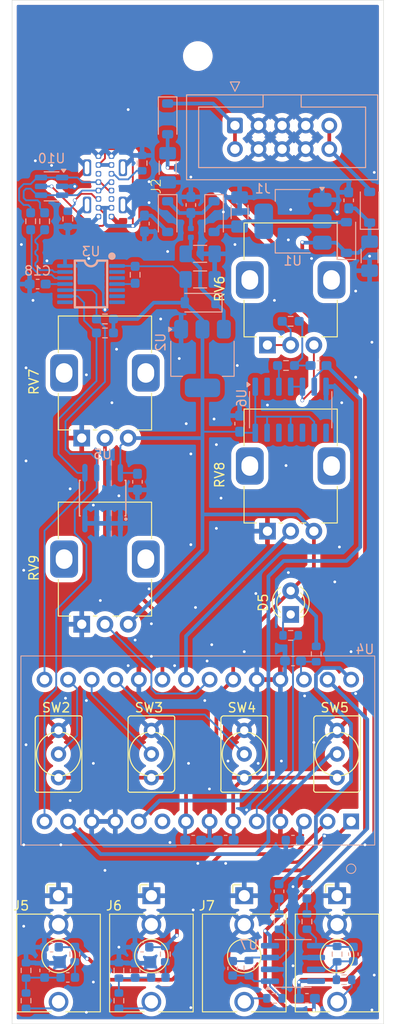
<source format=kicad_pcb>
(kicad_pcb (version 20241229) (generator "pcbnew") (generator_version "9.0")
  (layers (0 "F.Cu" signal) (2 "B.Cu" signal) (13 "F.Paste" user) (15 "B.Paste" user) (5 "F.SilkS" user "F.Silkscreen") (7 "B.SilkS" user "B.Silkscreen") (1 "F.Mask" user) (3 "B.Mask" user) (25 "Edge.Cuts" user))
  (net 0 "")
  (net 1 "+12V")
  (net 2 "GND")
  (net 3 "-12V")
  (net 4 "Net-(D4-K)")
  (net 5 "Net-(D3-A)")
  (net 6 "+3V3")
  (net 7 "Net-(C11-Pad2)")
  (net 8 "Net-(U7A-+)")
  (net 9 "Net-(C12-Pad2)")
  (net 10 "Net-(U7B-+)")
  (net 11 "Net-(C13-Pad1)")
  (net 12 "Net-(C13-Pad2)")
  (net 13 "Net-(C14-Pad2)")
  (net 14 "Net-(C14-Pad1)")
  (net 15 "Net-(U4-RIN)")
  (net 16 "/VBUS")
  (net 17 "+5V")
  (net 18 "Net-(U3-VUSB)")
  (net 19 "/X1")
  (net 20 "Net-(C19-Pad2)")
  (net 21 "Net-(U4-LIN)")
  (net 22 "Net-(U4-MID)")
  (net 23 "Net-(U4-REFP)")
  (net 24 "Net-(C29-Pad1)")
  (net 25 "Net-(U4-LOUT)")
  (net 26 "Net-(C30-Pad1)")
  (net 27 "Net-(U4-ROUT)")
  (net 28 "Net-(D1-A)")
  (net 29 "Net-(D2-K)")
  (net 30 "Net-(D5-K)")
  (net 31 "/D-")
  (net 32 "/CC2")
  (net 33 "/CC1")
  (net 34 "/D+")
  (net 37 "Net-(J5-PadT)")
  (net 38 "Net-(J6-PadT)")
  (net 39 "Net-(J7-PadT)")
  (net 40 "Net-(J8-PadT)")
  (net 41 "Net-(U4-CLIP)")
  (net 42 "Net-(U3-D-)")
  (net 43 "Net-(U3-D+)")
  (net 44 "Net-(U3-~{RST})")
  (net 45 "Net-(U3-SCL)")
  (net 46 "Net-(U3-SDA)")
  (net 47 "Net-(R23-Pad1)")
  (net 48 "Net-(U6-2A)")
  (net 49 "Net-(U6-2Y)")
  (net 50 "Net-(U4-POT0)")
  (net 51 "Net-(U4-POT1)")
  (net 52 "Net-(U4-POT2)")
  (net 60 "Net-(U4-S1)")
  (net 61 "Net-(U4-T0)")
  (net 62 "Net-(U4-S0)")
  (net 63 "Net-(U4-S2)")
  (footprint "Library:Potentiometer_Alps_RK09K_Single_Vertical_DSHAFT" (layer "F.Cu") (at 137.5 47.05 90)
    (property "Reference" "RV6")
    (property "Value" "B10k")
  )
  (footprint "Library:Jack_3.5mm_QingPu_WQP-PJ398SM_Vertical_CircularHoles_3D" (layer "F.Cu") (at 115 106.22)
    (property "Reference" "J5")
    (property "Value" "LIN")
  )
  (footprint "Library:Potentiometer_Alps_RK09K_Single_Vertical_DSHAFT" (layer "F.Cu") (at 117.5 77.05 90)
    (property "Reference" "RV9")
    (property "Value" "B10k")
  )
  (footprint "Library:Potentiometer_Alps_RK09K_Single_Vertical_DSHAFT" (layer "F.Cu") (at 117.5 57.05 90)
    (property "Reference" "RV7")
    (property "Value" "B10k")
  )
  (footprint "PCM_4ms_Switch:Switch_Toggle_SPDT_SubMini" (layer "F.Cu") (at 125 91)
    (property "Reference" "SW3")
    (property "Value" "Toggle_SPDT_SubMini_2pos" (hide yes))
  )
  (footprint "Library:Jack_3.5mm_QingPu_WQP-PJ398SM_Vertical_CircularHoles_3D" (layer "F.Cu") (at 145 106.22)
    (property "Reference" "J8" (hide yes))
    (property "Value" "ROUT")
  )
  (footprint "Library:UJ20-C-V-C-2-SMT-TR" (layer "F.Cu") (at 120 30 90)
    (property "Reference" "J2")
    (property "Value" "USB_C_Receptacle_USB2.0_16P")
  )
  (footprint "MountingHole:MountingHole_2.7mm_M2.5" (layer "F.Cu") (at 130 16)
    (property "Reference" "REF**" (hide yes))
    (property "Value" "MountingHole_2.7mm_M2.5")
  )
  (footprint "LED_THT:LED_D3.0mm" (layer "F.Cu") (at 140 76 90)
    (property "Reference" "D5")
    (property "Value" "LED")
  )
  (footprint "Library:Potentiometer_Alps_RK09K_Single_Vertical_DSHAFT" (layer "F.Cu") (at 137.5 67.05 90)
    (property "Reference" "RV8")
    (property "Value" "B10k")
  )
  (footprint "PCM_4ms_Switch:Switch_Toggle_SPDT_SubMini" (layer "F.Cu") (at 145 91)
    (property "Reference" "SW5")
    (property "Value" "Toggle_SPDT_SubMini_2pos" (hide yes))
  )
  (footprint "Library:Jack_3.5mm_QingPu_WQP-PJ398SM_Vertical_CircularHoles_3D" (layer "F.Cu") (at 135 106.22)
    (property "Reference" "J7")
    (property "Value" "LOUT")
  )
  (footprint "PCM_4ms_Switch:Switch_Toggle_SPDT_SubMini" (layer "F.Cu") (at 135 91)
    (property "Reference" "SW4")
    (property "Value" "Toggle_SPDT_SubMini_2pos" (hide yes))
  )
  (footprint "Library:Jack_3.5mm_QingPu_WQP-PJ398SM_Vertical_CircularHoles_3D" (layer "F.Cu") (at 125 106.22)
    (property "Reference" "J6")
    (property "Value" "RIN")
  )
  (footprint "PCM_4ms_Switch:Switch_Toggle_SPDT_SubMini" (layer "F.Cu") (at 115 91)
    (property "Reference" "SW2")
    (property "Value" "Toggle_SPDT_SubMini_2pos" (hide yes))
  )
  (footprint "Capacitor_SMD:C_1206_3216Metric_Pad1.33x1.80mm_HandSolder" (layer "B.Cu") (at 134.5 32.75 90)
    (property "Reference" "C4" (hide yes))
    (property "Value" "22uF")
  )
  (footprint "Package_SO:SOIC-8_3.9x4.9mm_P1.27mm" (layer "B.Cu") (at 140.25 113.5)
    (property "Reference" "U7")
    (property "Value" "TL072")
  )
  (footprint "Capacitor_SMD:C_0603_1608Metric_Pad1.08x0.95mm_HandSolder" (layer "B.Cu") (at 134.5 55.5 90)
    (property "Reference" "C8" (hide yes))
    (property "Value" "100n")
  )
  (footprint "Resistor_SMD:R_0603_1608Metric" (layer "B.Cu") (at 138.25 117.25 180)
    (property "Reference" "R11" (hide yes))
    (property "Value" "1k")
  )
  (footprint "Resistor_SMD:R_0603_1608Metric" (layer "B.Cu") (at 121.5 114.25 -90)
    (property "Reference" "R13" (hide yes))
    (property "Value" "6k8")
  )
  (footprint "Resistor_SMD:R_0603_1608Metric_Pad0.98x0.95mm_HandSolder" (layer "B.Cu") (at 120 44.25)
    (property "Reference" "R21" (hide yes))
    (property "Value" "10k")
  )
  (footprint "Locrius_KiCad:TSSOP-14_L5.0-W4.4-P0.65-LS6.4-BL" (layer "B.Cu") (at 118.5 40.5 -90)
    (property "Reference" "U3")
    (property "Value" "MCP2221A-I/ST")
  )
  (footprint "Capacitor_SMD:C_0603_1608Metric" (layer "B.Cu") (at 140.25 100.25)
    (property "Reference" "C21" (hide yes))
    (property "Value" "1u")
  )
  (footprint "Capacitor_SMD:C_1206_3216Metric_Pad1.33x1.80mm_HandSolder" (layer "B.Cu") (at 148.5 37.5 -90)
    (property "Reference" "C1" (hide yes))
    (property "Value" "22uF")
  )
  (footprint "Capacitor_SMD:C_0603_1608Metric" (layer "B.Cu") (at 146.75 112.5 -90)
    (property "Reference" "C12" (hide yes))
    (property "Value" "120pF")
  )
  (footprint "Resistor_SMD:R_0603_1608Metric" (layer "B.Cu") (at 111.5 114.25 -90)
    (property "Reference" "R5" (hide yes))
    (property "Value" "6k8")
  )
  (footprint "Resistor_SMD:R_0603_1608Metric_Pad0.98x0.95mm_HandSolder" (layer "B.Cu") (at 140 44.5)
    (property "Reference" "R23" (hide yes))
    (property "Value" "4k7")
  )
  (footprint "Capacitor_SMD:C_0603_1608Metric_Pad1.08x0.95mm_HandSolder" (layer "B.Cu") (at 141.75 117.25)
    (property "Reference" "C27" (hide yes))
    (property "Value" "100n")
  )
  (footprint "Inductor_SMD:L_0402_1005Metric" (layer "B.Cu") (at 129.25 35 -90)
    (property "Reference" "FB1" (hide yes))
    (property "Value" "BLM15H")
  )
  (footprint "Capacitor_SMD:C_0603_1608Metric" (layer "B.Cu") (at 113.5 114.25 -90)
    (property "Reference" "C22" (hide yes))
    (property "Value" "220p")
  )
  (footprint "Resistor_SMD:R_0603_1608Metric" (layer "B.Cu") (at 111.5 117.5 90)
    (property "Reference" "R4" (hide yes))
    (property "Value" "36k")
  )
  (footprint "Package_TO_SOT_SMD:SOT-223-3_TabPin2" (layer "B.Cu") (at 140.25 33.75 180)
    (property "Reference" "U1")
    (property "Value" "AMS1117-5.0")
  )
  (footprint "Capacitor_SMD:C_0603_1608Metric_Pad1.08x0.95mm_HandSolder" (layer "B.Cu") (at 129.25 32 90)
    (property "Reference" "C17" (hide yes))
    (property "Value" "100n")
  )
  (footprint "Capacitor_SMD:C_0603_1608Metric" (layer "B.Cu") (at 124 111.75)
    (property "Reference" "C15" (hide yes))
    (property "Value" "1n")
  )
  (footprint "Package_TO_SOT_SMD:SOT-223-3_TabPin2" (layer "B.Cu") (at 130.5 48.5 -90)
    (property "Reference" "U2")
    (property "Value" "AMS1117-3.3")
  )
  (footprint "Capacitor_SMD:C_0603_1608Metric" (layer "B.Cu") (at 116 115)
    (property "Reference" "C13" (hide yes))
    (property "Value" "1u")
  )
  (footprint "Capacitor_SMD:C_1206_3216Metric_Pad1.33x1.80mm_HandSolder" (layer "B.Cu") (at 130.25 37.25)
    (property "Reference" "C3" (hide yes))
    (property "Value" "22uF")
  )
  (footprint "Capacitor_SMD:C_0603_1608Metric" (layer "B.Cu") (at 114.25 111.75)
    (property "Reference" "C20" (hide yes))
    (property "Value" "1n")
  )
  (footprint "Resistor_SMD:R_0603_1608Metric" (layer "B.Cu") (at 124 27.5 90)
    (property "Reference" "R15" (hide yes))
    (property "Value" "5k1")
  )
  (footprint "Resistor_SMD:R_0603_1608Metric_Pad0.98x0.95mm_HandSolder" (layer "B.Cu") (at 112 33.75 90)
    (property "Reference" "R18" (hide yes))
    (property "Value" "27R")
  )
  (footprint "Resistor_SMD:R_0603_1608Metric_Pad0.98x0.95mm_HandSolder" (layer "B.Cu") (at 139.5 49.25)
    (property "Reference" "R24" (hide yes))
    (property "Value" "10k")
  )
  (footprint "Capacitor_SMD:C_0603_1608Metric_Pad1.08x0.95mm_HandSolder" (layer "B.Cu") (at 129.5 100.25)
    (property "Reference" "C25" (hide yes))
    (property "Value" "100n")
  )
  (footprint "Capacitor_SMD:C_0603_1608Metric_Pad1.08x0.95mm_HandSolder" (layer "B.Cu") (at 140.25 81 180)
    (property "Reference" "C24" (hide yes))
    (property "Value" "100n")
  )
  (footprint "Locrius_KiCad:FV1_Breakout" (layer "B.Cu") (at 146.51 90.62 90)
    (property "Reference" "U4")
    (property "Value" "SPN1001")
  )
  (footprint "PCM_JLCPCB:SOIC-14_L8.7-W3.9-P1.27-LS6.0-BL" (layer "B.Cu") (at 140 54 -90)
    (property "Reference" "U6")
    (property "Value" "74HC04D")
  )
  (footprint "Capacitor_SMD:C_0603_1608Metric" (layer "B.Cu") (at 125.75 115)
    (property "Reference" "C14" (hide yes))
    (property "Value" "1u")
  )
  (footprint "Capacitor_SMD:C_0603_1608Metric_Pad1.08x0.95mm_HandSolder" (layer "B.Cu") (at 124.25 34 -90)
    (property "Reference" "C16" (hide yes))
    (property "Value" "4u7F")
  )
  (footprint "Connector_IDC:IDC-Header_2x05_P2.54mm_Vertical" (layer "B.Cu") (at 134 23.46 -90)
    (property "Reference" "J1")
    (property "Value" "Eurorack Power")
  )
  (footprint "Resistor_SMD:R_0603_1608Metric" (layer "B.Cu") (at 145 112.5 -90)
    (property "Reference" "R10" (hide yes))
    (property "Value" "100k")
  )
  (footprint "Resistor_SMD:R_0603_1608Metric" (layer "B.Cu") (at 138.75 109 -90)
    (property "Reference" "R7" (hide yes))
    (property "Value" "33k")
  )
  (footprint "Resistor_SMD:R_0603_1608Metric" (layer "B.Cu") (at 142.75 80.25 90)
    (property "Reference" "R17" (hide yes))
    (property "Value" "100R")
  )
  (footprint "Capacitor_SMD:C_0603_1608Metric" (layer "B.Cu") (at 138.75 105.75 90)
    (property "Reference" "C29" (hide yes))
    (property "Value" "3u3")
  )
  (footprint "Capacitor_SMD:C_0603_1608Metric_Pad1.08x0.95mm_HandSolder" (layer "B.Cu") (at 146.25 31.5 90)
    (property "Reference" "C5" (hide yes))
    (property "Value" "100n")
  )
  (footprint "Package_TO_SOT_SMD:SOT-23-6" (layer "B.Cu") (at 114.25 30 180)
    (property "Reference" "U10")
    (property "Value" "USBLC6-2SC6")
  )
  (footprint "Diode_SMD:D_SOD-123" (layer "B.Cu") (at 146 35.5 90)
    (property "Reference" "D3" (hide yes))
    (property "Value" "B140HW-7")
  )
  (footprint "Diode_SMD:D_SOD-123" (layer "B.Cu") (at 126.75 33.25 -90)
    (property "Reference" "D8" (hide yes))
    (property "Value" "B140HW-7")
  )
  (footprint "Diode_SMD:D_SOD-123" (layer "B.Cu") (at 148.5 32.25 90)
    (property "Reference" "D1" (hide yes))
    (property "Value" "B140HW-7")
  )
  (footprint "Capacitor_SMD:C_0603_1608Metric" (layer "B.Cu") (at 133.75 114.025 -90)
    (property "Reference" "C11" (hide yes))
    (property "Value" "120pF")
  )
  (footprint "Resistor_SMD:R_0603_1608Metric" (layer "B.Cu") (at 145.75 115.25)
    (property "Reference" "R12" (hide yes))
    (property "Value" "1k")
  )
  (footprint "Resistor_SMD:R_0603_1608Metric" (layer "B.Cu") (at 116 33.5 -90)
    (property "Reference" "R14" (hide yes))
    (property "Value" "5k1")
  )
  (footprint "Capacitor_SMD:C_1206_3216Metric_Pad1.33x1.80mm_HandSolder" (layer "B.Cu") (at 126.75 28 90)
    (property "Reference" "C2" (hide yes))
    (property "Value" "22uF")
  )
  (footprint "Diode_SMD:D_SOD-123" (layer "B.Cu") (at 131.75 33.25 -90)
    (property "Reference" "D7" (hide yes))
    (property "Value" "B140HW-7")
  )
  (footprint "PCM_JLCPCB:SOIC-8_L5.0-W4.0-P1.27-LS6.0-BL" (layer "B.Cu") (at 119.75 63.5 180)
    (property "Reference" "U5")
    (property "Value" "M24C64")
  )
  (footprint "Capacitor_SMD:C_0603_1608Metric" (layer "B.Cu") (at 141.75 105.75 90)
    (property "Reference" "C30" (hide yes))
    (property "Value" "3u3")
  )
  (footprint "Capacitor_SMD:C_0603_1608Metric_Pad1.08x0.95mm_HandSolder" (layer "B.Cu") (at 143 49.25 180)
    (property "Reference" "C19" (hide yes))
    (property "Value" "1n5")
  )
  (footprint "Diode_SMD:D_SOD-123" (layer "B.Cu") (at 126.75 22.75 -90)
    (property "Reference" "D2" (hide yes))
    (property "Value" "B140HW-7")
  )
  (footprint "Resistor_SMD:R_0603_1608Metric" (layer "B.Cu") (at 140 78.25)
    (property "Reference" "R16" (hide yes))
    (property "Value" "470R")
  )
  (footprint "Capacitor_SMD:C_0603_1608Metric" (layer "B.Cu") (at 123.25 114.25 -90)
    (property "Reference" "C23" (hide yes))
    (property "Value" "220p")
  )
  (footprint "Capacitor_SMD:C_1206_3216Metric_Pad1.33x1.80mm_HandSolder" (layer "B.Cu") (at 130.25 40)
    (property "Reference" "C6" (hide yes))
    (property "Value" "22uF")
  )
  (footprint "Capacitor_SMD:C_0603_1608Metric_Pad1.08x0.95mm_HandSolder" (layer "B.Cu") (at 112.75 40.5 180)
    (property "Reference" "C18")
    (property "Value" "470n")
  )
  (footprint "Resistor_SMD:R_0603_1608Metric" (layer "B.Cu") (at 126.5 112.5 90)
    (property "Reference" "R3" (hide yes))
    (property "Value" "1k")
  )
  (footprint "Resistor_SMD:R_0603_1608Metric" (layer "B.Cu") (at 116.75 112.5 90)
    (property "Reference" "R6" (hide yes))
    (property "Value" "1k")
  )
  (footprint "Resistor_SMD:R_0603_1608Metric_Pad0.98x0.95mm_HandSolder" (layer "B.Cu") (at 113.5 33.75 -90)
    (property "Reference" "R19" (hide yes))
    (property "Value" "27R")
  )
  (footprint "Resistor_SMD:R_0603_1608Metric" (layer "B.Cu") (at 121.5 117.5 90)
    (property "Reference" "R2" (hide yes))
    (property "Value" "36k")
  )
  (footprint "Resistor_SMD:R_0603_1608Metric_Pad0.98x0.95mm_HandSolder" (layer "B.Cu") (at 123.25 39.5 90)
    (property "Reference" "R20" (hide yes))
    (property "Value" "1k")
  )
  (footprint "Resistor_SMD:R_0603_1608Metric_Pad0.98x0.95mm_HandSolder" (layer "B.Cu") (at 120 45.75)
    (property "Reference" "R22" (hide yes))
    (property "Value" "10k")
  )
  (footprint "Capacitor_SMD:C_0603_1608Metric_Pad1.08x0.95mm_HandSolder" (layer "B.Cu") (at 123.5 61.75 -90)
    (property "Reference" "C28" (hide yes))
    (property "Value" "100n")
  )
  (footprint "Resistor_SMD:R_0603_1608Metric" (layer "B.Cu") (at 141.75 109 -90)
    (property "Reference" "R8" (hide yes))
    (property "Value" "33k")
  )
  (footprint "Resistor_SMD:R_0603_1608Metric" (layer "B.Cu") (at 135.5 114 -90)
    (property "Reference" "R9" (hide yes))
    (property "Value" "100k")
  )
  (footprint "Diode_SMD:D_SOD-123" (layer "B.Cu") (at 130.25 42.5 180)
    (property "Reference" "D4" (hide yes))
    (property "Value" "B140HW-7")
  )
  (footprint "Capacitor_SMD:C_0603_1608Metric_Pad1.08x0.95mm_HandSolder" (layer "B.Cu") (at 133 100.25 180)
    (property "Reference" "C26" (hide yes))
    (property "Value" "100n")
  )
  (gr_rect (start 110 10) (end 150 120) (stroke (width 0.05)) (fill no) (layer "Edge.Cuts"))
  (segment (start 141.25 41.5) (end 141.25 36) (width 0.4) (layer "F.Cu") (net 1))
  (segment (start 149 112.25) (end 149 49.25) (width 0.4) (layer "F.Cu") (net 1))
  (segment (start 146 115.25) (end 149 112.25) (width 0.4) (layer "F.Cu") (net 1))
  (segment (start 140.8875 115.5175) (end 141.155 115.25) (width 0.4) (layer "F.Cu") (net 1))
  (segment (start 141.155 115.25) (end 146 115.25) (width 0.4) (layer "F.Cu") (net 1))
  (segment (start 149 49.25) (end 141.25 41.5) (width 0.4) (layer "F.Cu") (net 1))
  (via (at 141.25 36) (size 0.4) (drill 0.3) (layers "F.Cu" "B.Cu") (net 1))
  (via (at 140.8875 115.5175) (size 0.4) (drill 0.3) (layers "F.Cu" "B.Cu") (net 1))
  (segment (start 148.5 33.9) (end 146.9625 32.3625) (width 0.4) (layer "B.Cu") (net 1))
  (segment (start 143.4 36.05) (end 144.9 36.05) (width 0.4) (layer "B.Cu") (net 1))
  (segment (start 144.9 36.05) (end 146 37.15) (width 0.4) (layer "B.Cu") (net 1))
  (segment (start 148.5 33.9) (end 148.5 35.9375) (width 0.4) (layer "B.Cu") (net 1))
  (segment (start 146 37.15) (end 147.2875 37.15) (width 0.4) (layer "B.Cu") (net 1))
  (segment (start 146.9625 32.3625) (end 146.25 32.3625) (width 0.4) (layer "B.Cu") (net 1))
  (segment (start 140.8875 117.25) (end 140.8875 115.5175) (width 0.4) (layer "B.Cu") (net 1))
  (segment (start 141.3 36.05) (end 141.25 36) (width 0.4) (layer "B.Cu") (net 1))
  (segment (start 147.2875 37.15) (end 148.5 35.9375) (width 0.4) (layer "B.Cu") (net 1))
  (segment (start 143.4 36.05) (end 141.3 36.05) (width 0.4) (layer "B.Cu") (net 1))
  (segment (start 141 115.405) (end 142.725 115.405) (width 0.4) (layer "B.Cu") (net 1))
  (segment (start 140.8875 115.5175) (end 141 115.405) (width 0.4) (layer "B.Cu") (net 1))
  (via (at 135 80) (size 0.4) (drill 0.3) (layers "F.Cu" "B.Cu") (net 2))
  (via (at 125 80.5) (size 0.4) (drill 0.3) (layers "F.Cu" "B.Cu") (net 2))
  (via (at 129.25 68.5) (size 0.4) (drill 0.3) (layers "F.Cu" "B.Cu") (net 2))
  (via (at 142.5 89.75) (size 0.4) (drill 0.3) (layers "F.Cu" "B.Cu") (net 2))
  (via (at 111.5 49.5) (size 0.4) (drill 0.3) (layers "F.Cu" "B.Cu") (net 2))
  (via (at 124.75 73.25) (size 0.4) (drill 0.3) (layers "F.Cu" "B.Cu") (net 2))
  (via (at 126.75 37) (size 0.4) (drill 0.3) (layers "F.Cu" "B.Cu") (net 2))
  (via (at 148.75 118.5) (size 0.4) (drill 0.3) (layers "F.Cu" "B.Cu") (net 2))
  (via (at 111.5 59.5) (size 0.4) (drill 0.3) (layers "F.Cu" "B.Cu") (net 2))
  (via (at 149 114.75) (size 0.4) (drill 0.3) (layers "F.Cu" "B.Cu") (net 2))
  (via (at 111.5 90) (size 0.4) (drill 0.3) (layers "F.Cu" "B.Cu") (net 2))
  (via (at 116.75 30) (size 0.4) (drill 0.3) (layers "F.Cu" "B.Cu") (net 2))
  (via (at 131.25 94.75) (size 0.4) (drill 0.3) (layers "F.Cu" "B.Cu") (net 2))
  (via (at 120 43.25) (size 0.4) (drill 0.3) (layers "F.Cu" "B.Cu") (net 2))
  (via (at 140.25 105.25) (size 0.4) (drill 0.3) (layers "F.Cu" "B.Cu") (net 2))
  (via (at 123.25 78.75) (size 0.4) (drill 0.3) (layers "F.Cu" "B.Cu") (net 2))
  (via (at 118.75 64.25) (size 0.4) (drill 0.3) (layers "F.Cu" "B.Cu") (net 2))
  (via (at 131 81) (size 0.4) (drill 0.3) (layers "F.Cu" "B.Cu") (net 2))
  (via (at 147 50.5) (size 0.4) (drill 0.3) (layers "F.Cu" "B.Cu") (net 2))
  (via (at 144.75 72.5) (size 0.4) (drill 0.3) (layers "F.Cu" "B.Cu") (net 2))
  (via (at 145.5 53.25) (size 0.4) (drill 0.3) (layers "F.Cu" "B.Cu") (net 2))
  (via (at 124.75 31.75) (size 0.4) (drill 0.3) (layers "F.Cu" "B.Cu") (net 2))
  (via (at 122.5 21.75) (size 0.4) (drill 0.3) (layers "F.Cu" "B.Cu") (net 2))
  (via (at 116.25 62.5) (size 0.4) (drill 0.3) (layers "F.Cu" "B.Cu") (net 2))
  (via (at 132 57.75) (size 0.4) (drill 0.3) (layers "F.Cu" "B.Cu") (net 2))
  (via (at 148.75 46.75) (size 0.4) (drill 0.3) (layers "F.Cu" "B.Cu") (net 2))
  (via (at 139 91.75) (size 0.4) (drill 0.3) (layers "F.Cu" "B.Cu") (net 2))
  (via (at 129 92) (size 0.4) (drill 0.3) (layers "F.Cu" "B.Cu") (net 2))
  (via (at 115.75 85) (size 0.4) (drill 0.3) (layers "F.Cu" "B.Cu") (net 2))
  (via (at 118.25 37.75) (size 0.4) (drill 0.3) (layers "F.Cu" "B.Cu") (net 2))
  (via (at 126 44.25) (size 0.4) (drill 0.3) (layers "F.Cu" "B.Cu") (net 2))
  (via (at 112.25 42.25) (size 0.4) (drill 0.3) (layers "F.Cu" "B.Cu") (net 2))
  (via (at 130.75 85.25) (size 0.4) (drill 0.3) (layers "F.Cu" "B.Cu") (net 2))
  (via (at 139.5 60) (size 0.4) (drill 0.3) (layers "F.Cu" "B.Cu") (net 2))
  (via (at 116.25 96) (size 0.4) (drill 0.3) (layers "F.Cu" "B.Cu") (net 2))
  (via (at 138.25 42.25) (size 0.4) (drill 0.3) (layers "F.Cu" "B.Cu") (net 2))
  (via (at 133 102.75) (size 0.4) (drill 0.3) (layers "F.Cu" "B.Cu") (net 2))
  (via (at 124.75 29.5) (size 0.4) (drill 0.3) (layers "F.Cu" "B.Cu") (net 2))
  (via (at 120.75 53.25) (size 0.4) (drill 0.3) (layers "F.Cu" "B.Cu") (net 2))
  (via (at 136.5 92) (size 0.4) (drill 0.3) (layers "F.Cu" "B.Cu") (net 2))
  (via (at 148.5 37.5) (size 0.4) (drill 0.3) (layers "F.Cu" "B.Cu") (net 2))
  (via (at 131.75 55) (size 0.4) (drill 0.3) (layers "F.Cu" "B.Cu") (net 2))
  (via (at 132 66.75) (size 0.4) (drill 0.3) (layers "F.Cu" "B.Cu") (net 2))
  (via (at 130 102.75) (size 0.4) (drill 0.3) (layers "F.Cu" "B.Cu") (net 2))
  (via (at 141.5 84.75) (size 0.4) (drill 0.3) (layers "F.Cu" "B.Cu") (net 2))
  (via (at 129.25 29) (size 0.4) (drill 0.3) (layers "F.Cu" "B.Cu") (net 2))
  (via (at 143.6519 99.805215) (size 0.4) (drill 0.3) (layers "F.Cu" "B.Cu") (net 2))
  (via (at 131.5 79.25) (size 0.4) (drill 0.3) (layers "F.Cu" "B.Cu") (net 2))
  (via (at 129.5 107.75) (size 0.4) (drill 0.3) (layers "F.Cu" "B.Cu") (net 2))
  (via (at 113.75 38) (size 0.4) (drill 0.3) (layers "F.Cu" "B.Cu") (net 2))
  (via (at 129.75 75.25) (size 0.4) (drill 0.3) (layers "F.Cu" "B.Cu") (net 2))
  (via (at 114.25 27.75) (size 0.4) (drill 0.3) (layers "F.Cu" "B.Cu") (net 2))
  (via (at 122.5 81.5) (size 0.4) (drill 0.3) (layers "F.Cu" "B.Cu") (net 2))
  (via (at 142.25 37.75) (size 0.4) (drill 0.3) (layers "F.Cu" "B.Cu") (net 2))
  (via (at 135.25 97) (size 0.4) (drill 0.3) (layers "F.Cu" "B.Cu") (net 2))
  (via (at 139.75 71.5) (size 0.4) (drill 0.3) (layers "F.Cu" "B.Cu") (net 2))
  (via (at 139.75 35.75) (size 0.4) (drill 0.3) (layers "F.Cu" "B.Cu") (net 2))
  (via (at 149 28.5) (size 0.4) (drill 0.3) (layers "F.Cu" "B.Cu") (net 2))
  (via (at 125 77) (size 0.4) (drill 0.3) (layers "F.Cu" "B.Cu") (net 2))
  (via (at 145 32.75) (size 0.4) (drill 0.3) (layers "F.Cu" "B.Cu") (net 2))
  (via (at 118.75 115.5) (size 0.4) (drill 0.3) (layers "F.Cu" "B.Cu") (net 2))
  (via (at 140 32.5) (size 0.4) (drill 0.3) (layers "F.Cu" "B.Cu") (net 2))
  (via (at 132.75 32.75) (size 0.4) (drill 0.3) (layers "F.Cu" "B.Cu") (net 2))
  (via (at 112.5 27.25) (size 0.4) (drill 0.3) (layers "F.Cu" "B.Cu") (net 2))
  (via (at 134.25 49.25) (size 0.4) (drill 0.3) (layers "F.Cu" "B.Cu") (net 2))
  (via (at 111.25 109.5) (size 0.4) (drill 0.3) (layers "F.Cu" "B.Cu") (net 2))
  (via (at 128 48.5) (size 0.4) (drill 0.3) (layers "F.Cu" "B.Cu") (net 2))
  (via (at 118 118.75) (size 0.4) (drill 0.3) (layers "F.Cu" "B.Cu") (net 2))
  (via (at 111 36.25) (size 0.4) (drill 0.3) (layers "F.Cu" "B.Cu") (net 2))
  (via (at 115.25 100.75) (size 0.4) (drill 0.3) (layers "F.Cu" "B.Cu") (net 2))
  (via (at 118 85.25) (size 0.4) (drill 0.3) (layers "F.Cu" "B.Cu") (net 2))
  (via (at 121.5 63.25) (size 0.4) (drill 0.3) (layers "F.Cu" "B.Cu") (net 2))
  (via (at 148 100.75) (size 0.4) (drill 0.3) (layers "F.Cu" "B.Cu") (net 2))
  (via (at 137.5 53.5) (size 0.4) (drill 0.3) (layers "F.Cu" "B.Cu") (net 2))
  (via (at 129.25 118.25) (size 0.4) (drill 0.3) (layers "F.Cu" "B.Cu") (net 2))
  (via (at 140.25 113.75) (size 0.4) (drill 0.3) (layers "F.Cu" "B.Cu") (net 2))
  (via (at 127 100.5) (size 0.4) (drill 0.3) (layers "F.Cu" "B.Cu") (net 2))
  (via (at 134 36.25) (size 0.4) (drill 0.3) (layers "F.Cu" "B.Cu") (net 2))
  (via (at 111.25 100.75) (size 0.4) (drill 0.3) (layers "F.Cu" "B.Cu") (net 2))
  (via (at 111.25 71.25) (size 0.4) (drill 0.3) (layers "F.Cu" "B.Cu") (net 2))
  (via (at 119.5 74.5) (size 0.4) (drill 0.3) (layers "F.Cu" "B.Cu") (net 2))
  (via (at 146.5 80) (size 0.4) (drill 0.3) (layers "F.Cu" "B.Cu") (net 2))
  (via (at 136.25 73.75) (size 0.4) (drill 0.3) (layers "F.Cu" "B.Cu") (net 2))
  (via (at 121.25 47.5) (size 0.4) (drill 0.3) (layers "F.Cu" "B.Cu") (net 2))
  (via (at 127.5 81.5) (size 0.4) (drill 0.3) (layers "F.Cu" "B.Cu") (net 2))
  (via (at 118 50.25) (size 0.4) (drill 0.3) (layers "F.Cu" "B.Cu") (net 2))
  (via (at 129.25 58.75) (size 0.4) (drill 0.3) (layers "F.Cu" "B.Cu") (net 2))
  (via (at 145.25 68.75) (size 0.4) (drill 0.3) (layers "F.Cu" "B.Cu") (net 2))
  (via (at 147 84.5) (size 0.4) (drill 0.3) (layers "F.Cu" "B.Cu") (net 2))
  (via (at 132.5 63.5) (size 0.4) (drill 0.3) (layers "F.Cu" "B.Cu") (net 2))
  (via (at 133.25 91.75) (size 0.4) (drill 0.3) (layers "F.Cu" "B.Cu") (net 2))
  (via (at 118.75 92) (size 0.4) (drill 0.3) (layers "F.Cu" "B.Cu") (net 2))
  (via (at 121.5 111.75) (size 0.4) (drill 0.3) (layers "F.Cu" "B.Cu") (net 2))
  (via (at 147 41.25) (size 0.4) (drill 0.3) (layers "F.Cu" "B.Cu") (net 2))
  (via (at 128.75 55.5) (size 0.4) (drill 0.3) (layers "F.Cu" "B.Cu") (net 2))
  (via (at 120 103.5) (size 0.4) (drill 0.3) (layers "F.Cu" "B.Cu") (net 2))
  (segment (start 131.27 100.23) (end 131.25 100.25) (width 0.4) (layer "B.Cu") (net 2))
  (segment (start 132.25 37.0625) (end 131.8125 37.5) (width 0.4) (layer "B.Cu") (net 2))
  (segment (start 139.3875 82.5025) (end 138.89 83) (width 0.4) (layer "B.Cu") (net 2))
  (segment (start 139.3875 81) (end 139.3875 82.5025) (width 0.4) (layer "B.Cu") (net 2))
  (segment (start 115.3875 30) (end 116.75 30) (width 0.2) (layer "B.Cu") (net 2))
  (segment (start 131.27 98.24) (end 131.27 100.23) (width 0.4) (layer "B.Cu") (net 2))
  (segment (start 137.25 116) (end 139.5 118.25) (width 0.4) (layer "F.Cu") (net 3))
  (segment (start 148 50) (end 148 99.25) (width 0.4) (layer "F.Cu") (net 3))
  (segment (start 140 42) (end 148 50) (width 0.4) (layer "F.Cu") (net 3))
  (segment (start 140 38) (end 140 42) (width 0.4) (layer "F.Cu") (net 3))
  (segment (start 148 99.25) (end 137.25 110) (width 0.4) (layer "F.Cu") (net 3))
  (segment (start 139.5 118.25) (end 139.75 118.5) (width 0.4) (layer "F.Cu") (net 3))
  (segment (start 137.25 110) (end 137.25 116) (width 0.4) (layer "F.Cu") (net 3))
  (segment (start 139.75 118.5) (end 142.5 118.5) (width 0.4) (layer "F.Cu") (net 3))
  (segment (start 126.75 28) (end 130 28) (width 0.4) (layer "F.Cu") (net 3))
  (segment (start 130 28) (end 140 38) (width 0.4) (layer "F.Cu") (net 3))
  (via (at 126.75 28) (size 0.4) (drill 0.3) (layers "F.Cu" "B.Cu") (net 3))
  (via (at 137.25 110) (size 0.4) (drill 0.3) (layers "F.Cu" "B.Cu") (net 3))
  (via (at 142.5 118.5) (size 0.4) (drill 0.3) (layers "F.Cu" "B.Cu") (net 3))
  (segment (start 142.5 117.3625) (end 142.6125 117.25) (width 0.4) (layer "B.Cu") (net 3))
  (segment (start 137.25 110) (end 137.775 110.525) (width 0.4) (layer "B.Cu") (net 3))
  (segment (start 142.5 118.5) (end 142.5 117.3625) (width 0.4) (layer "B.Cu") (net 3))
  (segment (start 126.75 26.4375) (end 126.75 28) (width 0.4) (layer "B.Cu") (net 3))
  (segment (start 137.775 110.525) (end 137.775 111.595) (width 0.4) (layer "B.Cu") (net 3))
  (segment (start 126.75 24.4) (end 126.75 26.4375) (width 0.4) (layer "B.Cu") (net 3))
  (segment (start 129.25 36.6875) (end 128.6875 37.25) (width 0.4) (layer "B.Cu") (net 4))
  (segment (start 132.8 43.4) (end 132.8 45.35) (width 0.4) (layer "B.Cu") (net 4))
  (segment (start 130.25 40.85) (end 131.9 42.5) (width 0.4) (layer "B.Cu") (net 4))
  (segment (start 128.6875 37.25) (end 130.25 38.8125) (width 0.4) (layer "B.Cu") (net 4))
  (segment (start 129.25 35.485) (end 129.25 36.6875) (width 0.4) (layer "B.Cu") (net 4))
  (segment (start 131.9 42.5) (end 132.8 43.4) (width 0.4) (layer "B.Cu") (net 4))
  (segment (start 130.25 38.8125) (end 130.25 40.85) (width 0.4) (layer "B.Cu") (net 4))
  (segment (start 143.5 33.85) (end 143.4 33.75) (width 0.4) (layer "B.Cu") (net 5))
  (segment (start 146 33.85) (end 143.5 33.85) (width 0.4) (layer "B.Cu") (net 5))
  (segment (start 132.3375 34.3125) (end 131.75 34.9) (width 0.4) (layer "B.Cu") (net 5))
  (segment (start 137.1 33.75) (end 135.0625 33.75) (width 0.4) (layer "B.Cu") (net 5))
  (segment (start 135.0625 33.75) (end 134.5 34.3125) (width 0.4) (layer "B.Cu") (net 5))
  (segment (start 134.5 34.3125) (end 132.3375 34.3125) (width 0.4) (layer "B.Cu") (net 5))
  (segment (start 143.4 33.75) (end 137.1 33.75) (width 0.4) (layer "B.Cu") (net 5))
  (segment (start 125 93.54) (end 115 93.54) (width 0.4) (layer "F.Cu") (net 6))
  (segment (start 132 84.81) (end 132 93.54) (width 0.4) (layer "F.Cu") (net 6))
  (segment (start 135 93.54) (end 132 93.54) (width 0.4) (layer "F.Cu") (net 6))
  (segment (start 133.81 79.65) (end 140 73.46) (width 0.4) (layer "F.Cu") (net 6))
  (segment (start 145 93.54) (end 135 93.54) (width 0.4) (layer "F.Cu") (net 6))
  (segment (start 133.81 83) (end 133.81 79.65) (width 0.4) (layer "F.Cu") (net 6))
  (segment (start 142.5 70.96) (end 142.5 67.05) (width 0.4) (layer "F.Cu") (net 6))
  (segment (start 132 93.54) (end 128.75 93.54) (width 0.4) (layer "F.Cu") (net 6))
  (segment (start 140 73.46) (end 142.5 70.96) (width 0.4) (layer "F.Cu") (net 6))
  (segment (start 128.73 98.24) (end 128.73 93.56) (width 0.4) (layer "F.Cu") (net 6))
  (segment (start 128.75 93.54) (end 125 93.54) (width 0.4) (layer "F.Cu") (net 6))
  (segment (start 128.73 93.56) (end 128.75 93.54) (width 0.4) (layer "F.Cu") (net 6))
  (segment (start 133.81 94.73) (end 135 93.54) (width 0.4) (layer "F.Cu") (net 6))
  (segment (start 133.81 98.24) (end 133.81 94.73) (width 0.4) (layer "F.Cu") (net 6))
  (segment (start 133.81 83) (end 132 84.81) (width 0.4) (layer "F.Cu") (net 6))
  (segment (start 123.25 38.5875) (end 127.275 38.5875) (width 0.2) (layer "B.Cu") (net 6))
  (segment (start 120.9125 45) (end 120.9125 44.25) (width 0.4) (layer "B.Cu") (net 6))
  (segment (start 134.6125 56.475) (end 134.5 56.3625) (width 0.2) (layer "B.Cu") (net 6))
  (segment (start 120.9125 44.25) (end 123.5 44.25) (width 0.4) (layer "B.Cu") (net 6))
  (segment (start 133.8625 98.2925) (end 133.81 98.24) (width 0.4) (layer "B.Cu") (net 6))
  (segment (start 130.5 45.35) (end 130.5 51.65) (width 0.4) (layer "B.Cu") (net 6))
  (segment (start 121.66 57.89) (end 122.5 57.05) (width 0.2) (layer "B.Cu") (net 6))
  (segment (start 140 54.75) (end 137.5 54.75) (width 0.2) (layer "B.Cu") (net 6))
  (segment (start 142.5 67.05) (end 140.7 65.25) (width 0.4) (layer "B.Cu") (net 6))
  (segment (start 123.5 44.25) (end 125.25 42.5) (width 0.4) (layer "B.Cu") (net 6))
  (segment (start 136.19 51.525) (end 136.19 54.75) (width 0.2) (layer "B.Cu") (net 6))
  (segment (start 140.7 65.25) (end 130.5 65.25) (width 0.4) (layer "B.Cu") (net 6))
  (segment (start 142.75 76.21) (end 140 73.46) (width 0.4) (layer "B.Cu") (net 6))
  (segment (start 130.5 44.4) (end 128.6 42.5) (width 0.4) (layer "B.Cu") (net 6))
  (segment (start 142.54 56.475) (end 142.54 55.29) (width 0.2) (layer "B.Cu") (net 6))
  (segment (start 134.5 56.3625) (end 130.6375 56.3625) (width 0.2) (layer "B.Cu") (net 6))
  (segment (start 120.9125 45.75) (end 120.9125 45) (width 0.4) (layer "B.Cu") (net 6))
  (segment (start 133.8625 100.25) (end 133.8625 98.2925) (width 0.4) (layer "B.Cu") (net 6))
  (segment (start 130.5 51.65) (end 130.5 56.5) (width 0.4) (layer "B.Cu") (net 6))
  (segment (start 130.5 56.5) (end 130.5 57) (width 0.4) (layer "B.Cu") (net 6))
  (segment (start 142.54 55.29) (end 142 54.75) (width 0.2) (layer "B.Cu") (net 6))
  (segment (start 121.66 60.79) (end 123.4025 60.79) (width 0.2) (layer "B.Cu") (net 6))
  (segment (start 137.46 54.79) (end 137.5 54.75) (width 0.2) (layer "B.Cu") (net 6))
  (segment (start 123.4025 60.79) (end 123.5 60.8875) (width 0.2) (layer "B.Cu") (net 6))
  (segment (start 130.5 65.25) (end 130.5 69.05) (width 0.4) (layer "B.Cu") (net 6))
  (segment (start 130.6375 56.3625) (end 130.5 56.5) (width 0.2) (layer "B.Cu") (net 6))
  (segment (start 130.45 57.05) (end 122.5 57.05) (width 0.4) (layer "B.Cu") (net 6))
  (segment (start 128.6375 100.25) (end 128.6375 98.3325) (width 0.4) (layer "B.Cu") (net 6))
  (segment (start 127.275 38.5875) (end 128.6875 40) (width 0.2) (layer "B.Cu") (net 6))
  (segment (start 136.19 56.475) (end 134.6125 56.475) (width 0.2) (layer "B.Cu") (net 6))
  (segment (start 125.25 42.5) (end 128.6 42.5) (width 0.4) (layer "B.Cu") (net 6))
  (segment (start 130.5 45.35) (end 130.5 44.4) (width 0.4) (layer "B.Cu") (net 6))
  (segment (start 136.19 54.75) (end 136.19 56.475) (width 0.2) (layer "B.Cu") (net 6))
  (segment (start 128.6875 42.4125) (end 128.6 42.5) (width 0.4) (layer "B.Cu") (net 6))
  (segment (start 142 54.75) (end 140 54.75) (width 0.2) (layer "B.Cu") (net 6))
  (segment (start 123.2125 38.55) (end 123.25 38.5875) (width 0.2) (layer "B.Cu") (net 6))
  (segment (start 130.5 69.05) (end 122.5 77.05) (width 0.4) (layer "B.Cu") (net 6))
  (segment (start 130.5 57) (end 130.45 57.05) (width 0.4) (layer "B.Cu") (net 6))
  (segment (start 121.3 38.55) (end 123.2125 38.55) (width 0.2) (layer "B.Cu") (net 6))
  (segment (start 142.75 79.425) (end 142.75 76.21) (width 0.4) (layer "B.Cu") (net 6))
  (segment (start 137.46 56.475) (end 137.46 54.79) (width 0.2) (layer "B.Cu") (net 6))
  (segment (start 128.6875 40) (end 128.6875 42.4125) (width 0.4) (layer "B.Cu") (net 6))
  (segment (start 140 56.475) (end 140 54.75) (width 0.2) (layer "B.Cu") (net 6))
  (segment (start 137.5 54.75) (end 136.19 54.75) (width 0.2) (layer "B.Cu") (net 6))
  (segment (start 128.6375 98.3325) (end 128.73 98.24) (width 0.4) (layer "B.Cu") (net 6))
  (segment (start 121.66 60.79) (end 121.66 57.89) (width 0.2) (layer "B.Cu") (net 6))
  (segment (start 130.5 57) (end 130.5 65.25) (width 0.4) (layer "B.Cu") (net 6))
  (segment (start 133.75 114.8) (end 135.475 114.8) (width 0.2) (layer "B.Cu") (net 7))
  (segment (start 135.5 114.825) (end 136.08 115.405) (width 0.2) (layer "B.Cu") (net 7))
  (segment (start 135.475 114.8) (end 135.5 114.825) (width 0.2) (layer "B.Cu") (net 7))
  (segment (start 137.775 115.95) (end 139.075 117.25) (width 0.2) (layer "B.Cu") (net 7))
  (segment (start 137.775 115.405) (end 137.775 115.95) (width 0.2) (layer "B.Cu") (net 7))
  (segment (start 136.08 115.405) (end 137.775 115.405) (width 0.2) (layer "B.Cu") (net 7))
  (segment (start 139.75 112) (end 139.75 110.825) (width 0.2) (layer "B.Cu") (net 8))
  (segment (start 139.75 110.825) (end 138.75 109.825) (width 0.2) (layer "B.Cu") (net 8))
  (segment (start 135.81 112.865) (end 137.775 112.865) (width 0.2) (layer "B.Cu") (net 8))
  (segment (start 137.775 112.865) (end 138.885 112.865) (width 0.2) (layer "B.Cu") (net 8))
  (segment (start 138.885 112.865) (end 139.75 112) (width 0.2) (layer "B.Cu") (net 8))
  (segment (start 135.5 113.175) (end 135.81 112.865) (width 0.2) (layer "B.Cu") (net 8))
  (segment (start 133.75 113.25) (end 135.425 113.25) (width 0.2) (layer "B.Cu") (net 8))
  (segment (start 135.425 113.25) (end 135.5 113.175) (width 0.2) (layer "B.Cu") (net 8))
  (segment (start 144.19 114.135) (end 145 113.325) (width 0.2) (layer "B.Cu") (net 9))
  (segment (start 142.725 114.135) (end 144.19 114.135) (width 0.2) (layer "B.Cu") (net 9))
  (segment (start 144.925 113.4) (end 145 113.325) (width 0.2) (layer "B.Cu") (net 9))
  (segment (start 145.05 113.275) (end 145 113.325) (width 0.2) (layer "B.Cu") (net 9))
  (segment (start 144.925 115.25) (end 144.925 113.4) (width 0.2) (layer "B.Cu") (net 9))
  (segment (start 146.75 113.275) (end 145.05 113.275) (width 0.2) (layer "B.Cu") (net 9))
  (segment (start 146.75 111.725) (end 145.05 111.725) (width 0.2) (layer "B.Cu") (net 10))
  (segment (start 142.725 110.8) (end 142.725 111.595) (width 0.2) (layer "B.Cu") (net 10))
  (segment (start 141.75 109.825) (end 142.725 110.8) (width 0.2) (layer "B.Cu") (net 10))
  (segment (start 145.05 111.725) (end 145 111.675) (width 0.2) (layer "B.Cu") (net 10))
  (segment (start 144.92 111.595) (end 145 111.675) (width 0.2) (layer "B.Cu") (net 10))
  (segment (start 142.725 111.595) (end 144.92 111.595) (width 0.2) (layer "B.Cu") (net 10))
  (segment (start 113.5 115.025) (end 115.2 115.025) (width 0.2) (layer "B.Cu") (net 11))
  (segment (start 115.2 115.025) (end 115.225 115) (width 0.2) (layer "B.Cu") (net 11))
  (segment (start 111.925 115.075) (end 111.975 115.025) (width 0.2) (layer "B.Cu") (net 11))
  (segment (start 111.5 116.675) (end 111.5 115.075) (width 0.2) (layer "B.Cu") (net 11))
  (segment (start 111.5 115.075) (end 111.925 115.075) (width 0.2) (layer "B.Cu") (net 11))
  (segment (start 111.975 115.025) (end 113.5 115.025) (width 0.2) (layer "B.Cu") (net 11))
  (segment (start 116.775 115) (end 116.775 113.35) (width 0.2) (layer "B.Cu") (net 12))
  (segment (start 116.775 113.35) (end 116.75 113.325) (width 0.2) (layer "B.Cu") (net 12))
  (segment (start 126.525 115) (end 126.525 113.35) (width 0.2) (layer "B.Cu") (net 13))
  (segment (start 126.525 113.35) (end 126.5 113.325) (width 0.2) (layer "B.Cu") (net 13))
  (segment (start 121.5 116.675) (end 121.5 115.075) (width 0.2) (layer "B.Cu") (net 14))
  (segment (start 124.95 115.025) (end 124.975 115) (width 0.2) (layer "B.Cu") (net 14))
  (segment (start 123.25 115.025) (end 124.95 115.025) (width 0.2) (layer "B.Cu") (net 14))
  (segment (start 121.5 115.075) (end 123.2 115.075) (width 0.2) (layer "B.Cu") (net 14))
  (segment (start 123.2 115.075) (end 123.25 115.025) (width 0.2) (layer "B.Cu") (net 14))
  (segment (start 127.75 106.5) (end 127.75 110.5) (width 0.4) (layer "F.Cu") (net 15))
  (segment (start 132.5 101.75) (end 127.75 106.5) (width 0.4) (layer "F.Cu") (net 15))
  (segment (start 143.97 98.24) (end 140.46 101.75) (width 0.4) (layer "F.Cu") (net 15))
  (segment (start 140.46 101.75) (end 132.5 101.75) (width 0.4) (layer "F.Cu") (net 15))
  (via (at 127.75 110.5) (size 0.4) (drill 0.3) (layers "F.Cu" "B.Cu") (net 15))
  (segment (start 124.775 111.75) (end 126.425 111.75) (width 0.2) (layer "B.Cu") (net 15))
  (segment (start 126.425 111.75) (end 126.5 111.675) (width 0.2) (layer "B.Cu") (net 15))
  (segment (start 127.675 110.5) (end 126.5 111.675) (width 0.4) (layer "B.Cu") (net 15))
  (segment (start 127.75 110.5) (end 127.675 110.5) (width 0.4) (layer "B.Cu") (net 15))
  (segment (start 119.75 34.25) (end 120 34) (width 0.2) (layer "F.Cu") (net 16))
  (segment (start 118.5 34.25) (end 119.75 34.25) (width 0.2) (layer "F.Cu") (net 16))
  (segment (start 123 26.5) (end 123 34.25) (width 0.2) (layer "F.Cu") (net 16))
  (segment (start 120 33) (end 119.3 32.3) (width 0.2) (layer "F.Cu") (net 16))
  (segment (start 122.5 26) (end 123 26.5) (width 0.2) (layer "F.Cu") (net 16))
  (segment (start 120 27) (end 120 26.25) (width 0.2) (layer "F.Cu") (net 16))
  (segment (start 120 34) (end 120 33) (width 0.2) (layer "F.Cu") (net 16))
  (segment (start 120.25 26) (end 122.5 26) (width 0.2) (layer "F.Cu") (net 16))
  (segment (start 119.3 27.7) (end 120 27) (width 0.2) (layer "F.Cu") (net 16))
  (segment (start 114.25 30) (end 118.5 34.25) (width 0.2) (layer "F.Cu") (net 16))
  (segment (start 120 26.25) (end 120.25 26) (width 0.2) (layer "F.Cu") (net 16))
  (via (at 114.25 30) (size 0.4) (drill 0.3) (layers "F.Cu" "B.Cu") (net 16))
  (via (at 123 34.25) (size 0.4) (drill 0.3) (layers "F.Cu" "B.Cu") (net 16))
  (segment (start 120.25 34.25) (end 123 34.25) (width 0.4) (layer "B.Cu") (net 16))
  (segment (start 123.1375 34.25) (end 124.25 33.1375) (width 0.4) (layer "B.Cu") (net 16))
  (segment (start 120 32.3) (end 119.3 32.3) (width 0.4) (layer "B.Cu") (net 16))
  (segment (start 120.7 32.3) (end 120 32.3) (width 0.4) (layer "B.Cu") (net 16))
  (segment (start 113.1125 30) (end 114.25 30) (width 0.2) (layer "B.Cu") (net 16))
  (segment (start 120.7 27.7) (end 119.3 27.7) (width 0.4) (layer "B.Cu") (net 16))
  (segment (start 123 34.25) (end 123.1375 34.25) (width 0.4) (layer "B.Cu") (net 16))
  (segment (start 124.9875 33.1375) (end 126.75 34.9) (width 0.4) (layer "B.Cu") (net 16))
  (segment (start 120 32.3) (end 120 34) (width 0.4) (layer "B.Cu") (net 16))
  (segment (start 120 34) (end 120.25 34.25) (width 0.4) (layer "B.Cu") (net 16))
  (segment (start 124.25 33.1375) (end 124.9875 33.1375) (width 0.4) (layer "B.Cu") (net 16))
  (segment (start 128.0125 32.8625) (end 129.25 32.8625) (width 0.4) (layer "B.Cu") (net 17))
  (segment (start 130.4875 32.8625) (end 129.25 32.8625) (width 0.4) (layer "B.Cu") (net 17))
  (segment (start 129.25 34.515) (end 129.25 32.8625) (width 0.4) (layer "B.Cu") (net 17))
  (segment (start 131.75 31.6) (end 130.4875 32.8625) (width 0.4) (layer "B.Cu") (net 17))
  (segment (start 126.75 31.6) (end 128.0125 32.8625) (width 0.4) (layer "B.Cu") (net 17))
  (segment (start 115.7 40.5) (end 113.6125 40.5) (width 0.2) (layer "B.Cu") (net 18))
  (segment (start 147.5 52.8875) (end 143.8625 49.25) (width 0.4) (layer "B.Cu") (net 19))
  (segment (start 123.65 98.24) (end 125.89 96) (width 0.4) (layer "B.Cu") (net 19))
  (segment (start 146 70.25) (end 147.5 68.75) (width 0.4) (layer "B.Cu") (net 19))
  (segment (start 142.54 50.5725) (end 143.8625 49.25) (width 0.2) (layer "B.Cu") (net 19))
  (segment (start 142.54 51.525) (end 142.54 50.5725) (width 0.2) (layer "B.Cu") (net 19))
  (segment (start 137.601 71.899) (end 139.25 70.25) (width 0.4) (layer "B.Cu") (net 19))
  (segment (start 134.75 96) (end 137.601 93.149) (width 0.4) (layer "B.Cu") (net 19))
  (segment (start 147.5 68.75) (end 147.5 52.8875) (width 0.4) (layer "B.Cu") (net 19))
  (segment (start 137.601 93.149) (end 137.601 71.899) (width 0.4) (layer "B.Cu") (net 19))
  (segment (start 125.89 96) (end 134.75 96) (width 0.4) (layer "B.Cu") (net 19))
  (segment (start 139.25 70.25) (end 146 70.25) (width 0.4) (layer "B.Cu") (net 19))
  (segment (start 141.25 44.8375) (end 141.25 48.4125) (width 0.2) (layer "B.Cu") (net 20))
  (segment (start 140.9125 44.5) (end 141.25 44.8375) (width 0.2) (layer "B.Cu") (net 20))
  (segment (start 140.4125 49.25) (end 142.1375 49.25) (width 0.2) (layer "B.Cu") (net 20))
  (segment (start 141.25 48.4125) (end 140.4125 49.25) (width 0.2) (layer "B.Cu") (net 20))
  (segment (start 130.5 112) (end 130.5 106.5) (width 0.4) (layer "F.Cu") (net 21))
  (segment (start 127.25 115.25) (end 130.5 112) (width 0.4) (layer "F.Cu") (net 21))
  (segment (start 141.25 103.5) (end 146.51 98.24) (width 0.4) (layer "F.Cu") (net 21))
  (segment (start 118.075 113) (end 118.25 113) (width 0.4) (layer "F.Cu") (net 21))
  (segment (start 118.25 113) (end 120.5 115.25) (width 0.4) (layer "F.Cu") (net 21))
  (segment (start 120.5 115.25) (end 127.25 115.25) (width 0.4) (layer "F.Cu") (net 21))
  (segment (start 130.5 106.5) (end 133.5 103.5) (width 0.4) (layer "F.Cu") (net 21))
  (segment (start 133.5 103.5) (end 141.25 103.5) (width 0.4) (layer "F.Cu") (net 21))
  (via (at 118.075 113) (size 0.4) (drill 0.3) (layers "F.Cu" "B.Cu") (net 21))
  (segment (start 115.025 111.75) (end 116.675 111.75) (width 0.2) (layer "B.Cu") (net 21))
  (segment (start 116.675 111.75) (end 116.75 111.675) (width 0.2) (layer "B.Cu") (net 21))
  (segment (start 118.075 113) (end 116.75 111.675) (width 0.4) (layer "B.Cu") (net 21))
  (segment (start 141.025 98.645) (end 141.43 98.24) (width 0.4) (layer "B.Cu") (net 22))
  (segment (start 141.025 100.25) (end 141.025 98.645) (width 0.4) (layer "B.Cu") (net 22))
  (segment (start 141.1125 81) (end 141.1125 82.6825) (width 0.2) (layer "B.Cu") (net 23))
  (segment (start 141.1125 82.6825) (end 141.43 83) (width 0.2) (layer "B.Cu") (net 23))
  (segment (start 142.75 81.075) (end 141.1875 81.075) (width 0.2) (layer "B.Cu") (net 23))
  (segment (start 141.1875 81.075) (end 141.1125 81) (width 0.2) (layer "B.Cu") (net 23))
  (segment (start 138.75 106.525) (end 138.75 108.175) (width 0.2) (layer "B.Cu") (net 24))
  (segment (start 143.451818 81.749) (end 142.719 82.481818) (width 0.4) (layer "B.Cu") (net 25))
  (segment (start 142.719 97.721818) (end 142.719 101.006) (width 0.4) (layer "B.Cu") (net 25))
  (segment (start 145.259 81.749) (end 143.451818 81.749) (width 0.4) (layer "B.Cu") (net 25))
  (segment (start 142.719 101.006) (end 138.75 104.975) (width 0.4) (layer "B.Cu") (net 25))
  (segment (start 142.719 82.481818) (end 142.719 83.969) (width 0.4) (layer "B.Cu") (net 25))
  (segment (start 146.5 87.75) (end 146.5 93.940818) (width 0.4) (layer "B.Cu") (net 25))
  (segment (start 146.5 93.940818) (end 142.719 97.721818) (width 0.4) (layer "B.Cu") (net 25))
  (segment (start 146.51 83) (end 145.259 81.749) (width 0.4) (layer "B.Cu") (net 25))
  (segment (start 142.719 83.969) (end 146.5 87.75) (width 0.4) (layer "B.Cu") (net 25))
  (segment (start 141.75 106.525) (end 141.75 108.175) (width 0.2) (layer "B.Cu") (net 26))
  (segment (start 142.277 104.975) (end 141.75 104.975) (width 0.4) (layer "B.Cu") (net 27))
  (segment (start 148.25 87.28) (end 148.25 99.002) (width 0.4) (layer "B.Cu") (net 27))
  (segment (start 143.97 83) (end 148.25 87.28) (width 0.4) (layer "B.Cu") (net 27))
  (segment (start 148.25 99.002) (end 142.277 104.975) (width 0.4) (layer "B.Cu") (net 27))
  (segment (start 144.16 23.46) (end 144.16 26) (width 0.4) (layer "F.Cu") (net 28))
  (segment (start 148.5 30.6) (end 148.5 30.34) (width 0.4) (layer "B.Cu") (net 28))
  (segment (start 148.5 30.34) (end 144.16 26) (width 0.4) (layer "B.Cu") (net 28))
  (segment (start 134 26) (end 134 23.46) (width 0.4) (layer "F.Cu") (net 29))
  (segment (start 131.64 21.1) (end 134 23.46) (width 0.4) (layer "B.Cu") (net 29))
  (segment (start 126.75 21.1) (end 131.64 21.1) (width 0.4) (layer "B.Cu") (net 29))
  (segment (start 139.175 78.25) (end 139.175 76.825) (width 0.2) (layer "B.Cu") (net 30))
  (segment (start 139.175 76.825) (end 140 76) (width 0.2) (layer "B.Cu") (net 30))
  (segment (start 120.400001 30.45) (end 119.500001 29.55) (width 0.2) (layer "F.Cu") (net 31))
  (segment (start 119.500001 29.55) (end 119.3 29.55) (width 0.2) (layer "F.Cu") (net 31))
  (segment (start 120.7 30.45) (end 120.400001 30.45) (width 0.2) (layer "F.Cu") (net 31))
  (segment (start 112.7 29.05) (end 112 29.75) (width 0.2) (layer "B.Cu") (net 31))
  (segment (start 115.3875 29.05) (end 117.05 29.05) (width 0.2) (layer "B.Cu") (net 31))
  (segment (start 111.75 32) (end 112 32.25) (width 0.2) (layer "B.Cu") (net 31))
  (segment (start 110.75 30.25) (end 110.75 31.5) (width 0.2) (layer "B.Cu") (net 31))
  (segment (start 115.3875 29.05) (end 113.1125 29.05) (width 0.2) (layer "B.Cu") (net 31))
  (segment (start 117.05 29.05) (end 117.55 29.55) (width 0.2) (layer "B.Cu") (net 31))
  (segment (start 117.55 29.55) (end 119.3 29.55) (width 0.2) (layer "B.Cu") (net 31))
  (segment (start 110.75 31.5) (end 111.25 32) (width 0.2) (layer "B.Cu") (net 31))
  (segment (start 111.25 32) (end 111.75 32) (width 0.2) (layer "B.Cu") (net 31))
  (segment (start 112 29.75) (end 111.25 29.75) (width 0.2) (layer "B.Cu") (net 31))
  (segment (start 112 32.25) (end 112 32.8375) (width 0.2) (layer "B.Cu") (net 31))
  (segment (start 111.25 29.75) (end 110.75 30.25) (width 0.2) (layer "B.Cu") (net 31))
  (segment (start 113.1125 29.05) (end 112.7 29.05) (width 0.2) (layer "B.Cu") (net 31))
  (segment (start 122.5 29.25) (end 123.425 28.325) (width 0.2) (layer "B.Cu") (net 32))
  (segment (start 120.92989 28.65) (end 121.52989 29.25) (width 0.2) (layer "B.Cu") (net 32))
  (segment (start 121.52989 29.25) (end 122.5 29.25) (width 0.2) (layer "B.Cu") (net 32))
  (segment (start 123.425 28.325) (end 124 28.325) (width 0.2) (layer "B.Cu") (net 32))
  (segment (start 120.7 28.65) (end 120.92989 28.65) (width 0.2) (layer "B.Cu") (net 32))
  (segment (start 117.451 30.799) (end 116.75 31.5) (width 0.2) (layer "F.Cu") (net 33))
  (segment (start 119.1 31.35) (end 118.549 30.799) (width 0.2) (layer "F.Cu") (net 33))
  (segment (start 118.549 30.799) (end 117.451 30.799) (width 0.2) (layer "F.Cu") (net 33))
  (segment (start 119.3 31.35) (end 119.1 31.35) (width 0.2) (layer "F.Cu") (net 33))
  (via (at 116.75 31.5) (size 0.4) (drill 0.3) (layers "F.Cu" "B.Cu") (net 33))
  (segment (start 116.75 31.925) (end 116 32.675) (width 0.2) (layer "B.Cu") (net 33))
  (segment (start 116.75 31.5) (end 116.75 31.925) (width 0.2) (layer "B.Cu") (net 33))
  (segment (start 115.3875 30.95) (end 117.05 30.95) (width 0.2) (layer "B.Cu") (net 34))
  (segment (start 113.1125 30.95) (end 112.7 30.95) (width 0.2) (layer "B.Cu") (net 34))
  (segment (start 111.25 31.25) (end 111.5 31.5) (width 0.2) (layer "B.Cu") (net 34))
  (segment (start 113 32.3375) (end 113.5 32.8375) (width 0.2) (layer "B.Cu") (net 34))
  (segment (start 112.75 31.5) (end 113 31.75) (width 0.2) (layer "B.Cu") (net 34))
  (segment (start 112 30.25) (end 111.5 30.25) (width 0.2) (layer "B.Cu") (net 34))
  (segment (start 117.05 30.95) (end 117.55 30.45) (width 0.2) (layer "B.Cu") (net 34))
  (segment (start 115.3875 30.95) (end 113.1125 30.95) (width 0.2) (layer "B.Cu") (net 34))
  (segment (start 120.7 29.55) (end 120.400001 29.55) (width 0.2) (layer "B.Cu") (net 34))
  (segment (start 111.25 30.5) (end 111.25 31.25) (width 0.2) (layer "B.Cu") (net 34))
  (segment (start 112.7 30.95) (end 112 30.25) (width 0.2) (layer "B.Cu") (net 34))
  (segment (start 120.400001 29.55) (end 119.500001 30.45) (width 0.2) (layer "B.Cu") (net 34))
  (segment (start 111.5 31.5) (end 112.75 31.5) (width 0.2) (layer "B.Cu") (net 34))
  (segment (start 113 31.75) (end 113 32.3375) (width 0.2) (layer "B.Cu") (net 34))
  (segment (start 111.5 30.25) (end 111.25 30.5) (width 0.2) (layer "B.Cu") (net 34))
  (segment (start 117.55 30.45) (end 119.3 30.45) (width 0.2) (layer "B.Cu") (net 34))
  (segment (start 119.500001 30.45) (end 119.3 30.45) (width 0.2) (layer "B.Cu") (net 34))
  (segment (start 114.295 118.325) (end 115 117.62) (width 0.2) (layer "B.Cu") (net 37))
  (segment (start 111.5 118.325) (end 114.295 118.325) (width 0.2) (layer "B.Cu") (net 37))
  (segment (start 124.295 118.325) (end 125 117.62) (width 0.2) (layer "B.Cu") (net 38))
  (segment (start 121.5 118.325) (end 124.295 118.325) (width 0.2) (layer "B.Cu") (net 38))
  (segment (start 137.425 117.25) (end 135.37 117.25) (width 0.2) (layer "B.Cu") (net 39))
  (segment (start 135.37 117.25) (end 135 117.62) (width 0.2) (layer "B.Cu") (net 39))
  (segment (start 146.575 115.25) (end 146.575 116.045) (width 0.2) (layer "B.Cu") (net 40))
  (segment (start 146.575 116.045) (end 145 117.62) (width 0.2) (layer "B.Cu") (net 40))
  (segment (start 140.25 78.825) (end 140.25 92.75) (width 0.2) (layer "B.Cu") (net 41))
  (segment (start 136.35 96.65) (end 136.35 98.24) (width 0.2) (layer "B.Cu") (net 41))
  (segment (start 140.825 78.25) (end 140.25 78.825) (width 0.2) (layer "B.Cu") (net 41))
  (segment (start 140.25 92.75) (end 136.35 96.65) (width 0.2) (layer "B.Cu") (net 41))
  (segment (start 112.099457 34.761957) (end 112 34.6625) (width 0.2) (layer "B.Cu") (net 42))
  (segment (start 114.6 39.85) (end 114.25 39.5) (width 0.2) (layer "B.Cu") (net 42))
  (segment (start 114.25 39.5) (end 112.901556 39.5) (width 0.2) (layer "B.Cu") (net 42))
  (segment (start 115.7 39.85) (end 114.6 39.85) (width 0.2) (layer "B.Cu") (net 42))
  (segment (start 112.099457 38.697901) (end 112.099457 34.761957) (width 0.2) (layer "B.Cu") (net 42))
  (segment (start 112.901556 39.5) (end 112.099457 38.697901) (width 0.2) (layer "B.Cu") (net 42))
  (segment (start 112.5 38.5) (end 112.5 38.25) (width 0.2) (layer "B.Cu") (net 43))
  (segment (start 112.5 35.75) (end 113.5 34.75) (width 0.2) (layer "B.Cu") (net 43))
  (segment (start 112.5 37.25) (end 112.5 37) (width 0.2) (layer "B.Cu") (net 43))
  (segment (start 114.525001 39.2) (end 114.325001 39) (width 0.2) (layer "B.Cu") (net 43))
  (segment (start 112.75 36.75) (end 112.75 36.25) (width 0.2) (layer "B.Cu") (net 43))
  (segment (start 112.5 37) (end 112.75 36.75) (width 0.2) (layer "B.Cu") (net 43))
  (segment (start 113.5 34.75) (end 113.5 34.6625) (width 0.2) (layer "B.Cu") (net 43))
  (segment (start 112.5 36) (end 112.5 35.75) (width 0.2) (layer "B.Cu") (net 43))
  (segment (start 115.7 39.2) (end 114.525001 39.2) (width 0.2) (layer "B.Cu") (net 43))
  (segment (start 113 39) (end 112.5 38.5) (width 0.2) (layer "B.Cu") (net 43))
  (segment (start 112.5 38.25) (end 112.75 38) (width 0.2) (layer "B.Cu") (net 43))
  (segment (start 112.75 36.25) (end 112.5 36) (width 0.2) (layer "B.Cu") (net 43))
  (segment (start 112.75 38) (end 112.75 37.5) (width 0.2) (layer "B.Cu") (net 43))
  (segment (start 112.75 37.5) (end 112.5 37.25) (width 0.2) (layer "B.Cu") (net 43))
  (segment (start 114.325001 39) (end 113 39) (width 0.2) (layer "B.Cu") (net 43))
  (segment (start 121.3 40.5) (end 123.1625 40.5) (width 0.2) (layer "B.Cu") (net 44))
  (segment (start 123.1625 40.5) (end 123.25 40.4125) (width 0.2) (layer "B.Cu") (net 44))
  (segment (start 115.7 41.15) (end 118.65 41.15) (width 0.2) (layer "B.Cu") (net 45))
  (segment (start 120 45.1625) (end 120 51) (width 0.2) (layer "B.Cu") (net 45))
  (segment (start 116.75 67.25) (end 116.75 64.75) (width 0.2) (layer "B.Cu") (net 45))
  (segment (start 118.65 41.15) (end 119.0875 41.5875) (width 0.2) (layer "B.Cu") (net 45))
  (segment (start 113.49 98.24) (end 113.49 85.26) (width 0.2) (layer "B.Cu") (net 45))
  (segment (start 119.11 60.79) (end 119.11 59.36) (width 0.2) (layer "B.Cu") (net 45))
  (segment (start 119.0875 44.25) (end 120 45.1625) (width 0.2) (layer "B.Cu") (net 45))
  (segment (start 119.11 59.36) (end 118.5 58.75) (width 0.2) (layer "B.Cu") (net 45))
  (segment (start 119.11 62.39) (end 119.11 60.79) (width 0.2) (layer "B.Cu") (net 45))
  (segment (start 116.75 64.75) (end 119.11 62.39) (width 0.2) (layer "B.Cu") (net 45))
  (segment (start 114.75 75.5) (end 118 72.25) (width 0.2) (layer "B.Cu") (net 45))
  (segment (start 116.25 58.75) (end 115.75 58.25) (width 0.2) (layer "B.Cu") (net 45))
  (segment (start 118.5 58.75) (end 116.25 58.75) (width 0.2) (layer "B.Cu") (net 45))
  (segment (start 119.0875 41.5875) (end 119.0875 44.25) (width 0.2) (layer "B.Cu") (net 45))
  (segment (start 113.49 85.26) (end 114.75 84) (width 0.2) (layer "B.Cu") (net 45))
  (segment (start 118 72.25) (end 118 68.5) (width 0.2) (layer "B.Cu") (net 45))
  (segment (start 118 68.5) (end 116.75 67.25) (width 0.2) (layer "B.Cu") (net 45))
  (segment (start 115.75 55.25) (end 120 51) (width 0.2) (layer "B.Cu") (net 45))
  (segment (start 114.75 84) (end 114.75 75.5) (width 0.2) (layer "B.Cu") (net 45))
  (segment (start 115.75 58.25) (end 115.75 55.25) (width 0.2) (layer "B.Cu") (net 45))
  (segment (start 115 55) (end 119.0875 50.9125) (width 0.2) (layer "B.Cu") (net 46))
  (segment (start 117.84 60.79) (end 117.04 60.79) (width 0.2) (layer "B.Cu") (net 46))
  (segment (start 113.49 83) (end 113.49 67) (width 0.2) (layer "B.Cu") (net 46))
  (segment (start 113.49 67) (end 117.84 62.65) (width 0.2) (layer "B.Cu") (net 46))
  (segment (start 119.0875 50.9125) (end 119.0875 45.75) (width 0.2) (layer "B.Cu") (net 46))
  (segment (start 117.05 41.8) (end 117.75 42.5) (width 0.2) (layer "B.Cu") (net 46))
  (segment (start 117.84 62.65) (end 117.84 60.79) (width 0.2) (layer "B.Cu") (net 46))
  (segment (start 117.75 42.5) (end 117.75 44.4125) (width 0.2) (layer "B.Cu") (net 46))
  (segment (start 115.7 41.8) (end 117.05 41.8) (width 0.2) (layer "B.Cu") (net 46))
  (segment (start 117.04 60.79) (end 115 58.75) (width 0.2) (layer "B.Cu") (net 46))
  (segment (start 117.75 44.4125) (end 119.0875 45.75) (width 0.2) (layer "B.Cu") (net 46))
  (segment (start 115 58.75) (end 115 55) (width 0.2) (layer "B.Cu") (net 46))
  (segment (start 140 47.05) (end 137.5 47.05) (width 0.2) (layer "F.Cu") (net 47))
  (segment (start 140 45.4125) (end 140 47.05) (width 0.2) (layer "B.Cu") (net 47))
  (segment (start 139.0875 44.5) (end 140 45.4125) (width 0.2) (layer "B.Cu") (net 47))
  (segment (start 138.73 51.525) (end 138.73 49.3925) (width 0.2) (layer "B.Cu") (net 48))
  (segment (start 138.73 49.3925) (end 138.5875 49.25) (width 0.2) (layer "B.Cu") (net 48))
  (segment (start 142.5 51.75) (end 141.25 53) (width 0.2) (layer "F.Cu") (net 49))
  (segment (start 142.5 47.05) (end 142.5 51.75) (width 0.2) (layer "F.Cu") (net 49))
  (via (at 141.25 53) (size 0.4) (drill 0.3) (layers "F.Cu" "B.Cu") (net 49))
  (segment (start 141.25 51.545) (end 141.27 51.525) (width 0.2) (layer "B.Cu") (net 49))
  (segment (start 141.27 51.525) (end 140 51.525) (width 0.2) (layer "B.Cu") (net 49))
  (segment (start 141.25 53) (end 141.25 51.545) (width 0.2) (layer "B.Cu") (net 49))
  (segment (start 120 70.25) (end 126.19 76.44) (width 0.4) (layer "F.Cu") (net 50))
  (segment (start 120 57.05) (end 120 70.25) (width 0.4) (layer "F.Cu") (net 50))
  (segment (start 126.19 76.44) (end 126.19 83) (width 0.4) (layer "F.Cu") (net 50))
  (segment (start 128.73 78.32) (end 128.73 83) (width 0.4) (layer "B.Cu") (net 51))
  (segment (start 140 67.05) (end 128.73 78.32) (width 0.4) (layer "B.Cu") (net 51))
  (segment (start 120 77.05) (end 125 82.05) (width 0.2) (layer "B.Cu") (net 52))
  (segment (start 125.5 84.5) (end 129.77 84.5) (width 0.2) (layer "B.Cu") (net 52))
  (segment (start 125 82.05) (end 125 84) (width 0.2) (layer "B.Cu") (net 52))
  (segment (start 129.77 84.5) (end 131.27 83) (width 0.2) (layer "B.Cu") (net 52))
  (segment (start 125 84) (end 125.5 84.5) (width 0.2) (layer "B.Cu") (net 52))
  (segment (start 125 91) (end 118.57 84.57) (width 0.2) (layer "B.Cu") (net 60))
  (segment (start 118.57 84.57) (end 118.57 83) (width 0.2) (layer "B.Cu") (net 60))
  (segment (start 137.601 97.69752) (end 144.29852 91) (width 0.4) (layer "B.Cu") (net 61))
  (segment (start 144.29852 91) (end 145 91) (width 0.4) (layer "B.Cu") (net 61))
  (segment (start 119.54 101.75) (end 136.25 101.75) (width 0.4) (layer "B.Cu") (net 61))
  (segment (start 116.03 98.24) (end 119.54 101.75) (width 0.4) (layer "B.Cu") (net 61))
  (segment (start 137.601 100.399) (end 137.601 97.69752) (width 0.4) (layer "B.Cu") (net 61))
  (segment (start 136.25 101.75) (end 137.601 100.399) (width 0.4) (layer "B.Cu") (net 61))
  (segment (start 116.03 83) (end 117 83.97) (width 0.2) (layer "B.Cu") (net 62))
  (segment (start 117 83.97) (end 117 89) (width 0.2) (layer "B.Cu") (net 62))
  (segment (start 117 89) (end 115 91) (width 0.2) (layer "B.Cu") (net 62))
  (segment (start 130.75 86.75) (end 124.86 86.75) (width 0.2) (layer "B.Cu") (net 63))
  (segment (start 135 91) (end 130.75 86.75) (width 0.2) (layer "B.Cu") (net 63))
  (segment (start 124.86 86.75) (end 121.11 83) (width 0.2) (layer "B.Cu") (net 63))
  (zone (net 2) (net_name "GND") (layers "F.Cu" "B.Cu") (connect_pads (clearance 0.5)) (min_thickness 0.25) (fill yes (thermal_gap 0.5) (thermal_bridge_width 0.5))
    (polygon (pts (xy 110 120) (xy 150 120) (xy 150 10) (xy 110 10)))
  )
)
</source>
